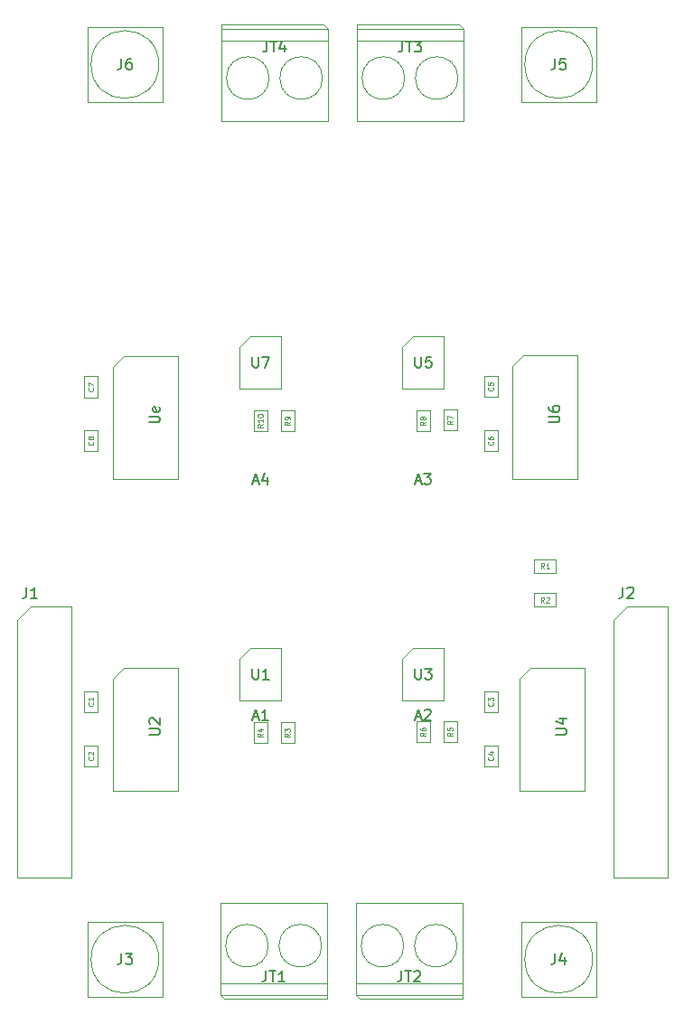
<source format=gbr>
G04 #@! TF.GenerationSoftware,KiCad,Pcbnew,(6.0.0)*
G04 #@! TF.CreationDate,2022-08-16T09:33:42-05:00*
G04 #@! TF.ProjectId,mayfly-atlas-shield,6d617966-6c79-42d6-9174-6c61732d7368,rev?*
G04 #@! TF.SameCoordinates,Original*
G04 #@! TF.FileFunction,AssemblyDrawing,Top*
%FSLAX46Y46*%
G04 Gerber Fmt 4.6, Leading zero omitted, Abs format (unit mm)*
G04 Created by KiCad (PCBNEW (6.0.0)) date 2022-08-16 09:33:42*
%MOMM*%
%LPD*%
G01*
G04 APERTURE LIST*
%ADD10C,0.080000*%
%ADD11C,0.150000*%
%ADD12C,0.100000*%
G04 APERTURE END LIST*
D10*
X110716190Y-137600833D02*
X110478095Y-137767500D01*
X110716190Y-137886547D02*
X110216190Y-137886547D01*
X110216190Y-137696071D01*
X110240000Y-137648452D01*
X110263809Y-137624642D01*
X110311428Y-137600833D01*
X110382857Y-137600833D01*
X110430476Y-137624642D01*
X110454285Y-137648452D01*
X110478095Y-137696071D01*
X110478095Y-137886547D01*
X110216190Y-137434166D02*
X110216190Y-137124642D01*
X110406666Y-137291309D01*
X110406666Y-137219880D01*
X110430476Y-137172261D01*
X110454285Y-137148452D01*
X110501904Y-137124642D01*
X110620952Y-137124642D01*
X110668571Y-137148452D01*
X110692380Y-137172261D01*
X110716190Y-137219880D01*
X110716190Y-137362738D01*
X110692380Y-137410357D01*
X110668571Y-137434166D01*
X134536666Y-122146190D02*
X134370000Y-121908095D01*
X134250952Y-122146190D02*
X134250952Y-121646190D01*
X134441428Y-121646190D01*
X134489047Y-121670000D01*
X134512857Y-121693809D01*
X134536666Y-121741428D01*
X134536666Y-121812857D01*
X134512857Y-121860476D01*
X134489047Y-121884285D01*
X134441428Y-121908095D01*
X134250952Y-121908095D01*
X135012857Y-122146190D02*
X134727142Y-122146190D01*
X134870000Y-122146190D02*
X134870000Y-121646190D01*
X134822380Y-121717619D01*
X134774761Y-121765238D01*
X134727142Y-121789047D01*
X108176190Y-108628928D02*
X107938095Y-108795595D01*
X108176190Y-108914642D02*
X107676190Y-108914642D01*
X107676190Y-108724166D01*
X107700000Y-108676547D01*
X107723809Y-108652738D01*
X107771428Y-108628928D01*
X107842857Y-108628928D01*
X107890476Y-108652738D01*
X107914285Y-108676547D01*
X107938095Y-108724166D01*
X107938095Y-108914642D01*
X108176190Y-108152738D02*
X108176190Y-108438452D01*
X108176190Y-108295595D02*
X107676190Y-108295595D01*
X107747619Y-108343214D01*
X107795238Y-108390833D01*
X107819047Y-108438452D01*
X107676190Y-107843214D02*
X107676190Y-107795595D01*
X107700000Y-107747976D01*
X107723809Y-107724166D01*
X107771428Y-107700357D01*
X107866666Y-107676547D01*
X107985714Y-107676547D01*
X108080952Y-107700357D01*
X108128571Y-107724166D01*
X108152380Y-107747976D01*
X108176190Y-107795595D01*
X108176190Y-107843214D01*
X108152380Y-107890833D01*
X108128571Y-107914642D01*
X108080952Y-107938452D01*
X107985714Y-107962261D01*
X107866666Y-107962261D01*
X107771428Y-107938452D01*
X107723809Y-107914642D01*
X107700000Y-107890833D01*
X107676190Y-107843214D01*
D11*
X122475714Y-136056666D02*
X122951904Y-136056666D01*
X122380476Y-136342380D02*
X122713809Y-135342380D01*
X123047142Y-136342380D01*
X123332857Y-135437619D02*
X123380476Y-135390000D01*
X123475714Y-135342380D01*
X123713809Y-135342380D01*
X123809047Y-135390000D01*
X123856666Y-135437619D01*
X123904285Y-135532857D01*
X123904285Y-135628095D01*
X123856666Y-135770952D01*
X123285238Y-136342380D01*
X123904285Y-136342380D01*
X122443333Y-102333333D02*
X122443333Y-103126666D01*
X122490000Y-103220000D01*
X122536666Y-103266666D01*
X122630000Y-103313333D01*
X122816666Y-103313333D01*
X122910000Y-103266666D01*
X122956666Y-103220000D01*
X123003333Y-103126666D01*
X123003333Y-102333333D01*
X123936666Y-102333333D02*
X123470000Y-102333333D01*
X123423333Y-102800000D01*
X123470000Y-102753333D01*
X123563333Y-102706666D01*
X123796666Y-102706666D01*
X123890000Y-102753333D01*
X123936666Y-102800000D01*
X123983333Y-102893333D01*
X123983333Y-103126666D01*
X123936666Y-103220000D01*
X123890000Y-103266666D01*
X123796666Y-103313333D01*
X123563333Y-103313333D01*
X123470000Y-103266666D01*
X123423333Y-103220000D01*
X135556666Y-158202380D02*
X135556666Y-158916666D01*
X135509047Y-159059523D01*
X135413809Y-159154761D01*
X135270952Y-159202380D01*
X135175714Y-159202380D01*
X136461428Y-158535714D02*
X136461428Y-159202380D01*
X136223333Y-158154761D02*
X135985238Y-158869047D01*
X136604285Y-158869047D01*
X122443333Y-131543333D02*
X122443333Y-132336666D01*
X122490000Y-132430000D01*
X122536666Y-132476666D01*
X122630000Y-132523333D01*
X122816666Y-132523333D01*
X122910000Y-132476666D01*
X122956666Y-132430000D01*
X123003333Y-132336666D01*
X123003333Y-131543333D01*
X123376666Y-131543333D02*
X123983333Y-131543333D01*
X123656666Y-131916666D01*
X123796666Y-131916666D01*
X123890000Y-131963333D01*
X123936666Y-132010000D01*
X123983333Y-132103333D01*
X123983333Y-132336666D01*
X123936666Y-132430000D01*
X123890000Y-132476666D01*
X123796666Y-132523333D01*
X123516666Y-132523333D01*
X123423333Y-132476666D01*
X123376666Y-132430000D01*
X108465714Y-159832380D02*
X108465714Y-160546666D01*
X108418095Y-160689523D01*
X108322857Y-160784761D01*
X108180000Y-160832380D01*
X108084761Y-160832380D01*
X108799047Y-159832380D02*
X109370476Y-159832380D01*
X109084761Y-160832380D02*
X109084761Y-159832380D01*
X110227619Y-160832380D02*
X109656190Y-160832380D01*
X109941904Y-160832380D02*
X109941904Y-159832380D01*
X109846666Y-159975238D01*
X109751428Y-160070476D01*
X109656190Y-160118095D01*
X94916666Y-158202380D02*
X94916666Y-158916666D01*
X94869047Y-159059523D01*
X94773809Y-159154761D01*
X94630952Y-159202380D01*
X94535714Y-159202380D01*
X95297619Y-158202380D02*
X95916666Y-158202380D01*
X95583333Y-158583333D01*
X95726190Y-158583333D01*
X95821428Y-158630952D01*
X95869047Y-158678571D01*
X95916666Y-158773809D01*
X95916666Y-159011904D01*
X95869047Y-159107142D01*
X95821428Y-159154761D01*
X95726190Y-159202380D01*
X95440476Y-159202380D01*
X95345238Y-159154761D01*
X95297619Y-159107142D01*
X107235714Y-113958666D02*
X107711904Y-113958666D01*
X107140476Y-114244380D02*
X107473809Y-113244380D01*
X107807142Y-114244380D01*
X108569047Y-113577714D02*
X108569047Y-114244380D01*
X108330952Y-113196761D02*
X108092857Y-113911047D01*
X108711904Y-113911047D01*
D10*
X123416190Y-137520833D02*
X123178095Y-137687500D01*
X123416190Y-137806547D02*
X122916190Y-137806547D01*
X122916190Y-137616071D01*
X122940000Y-137568452D01*
X122963809Y-137544642D01*
X123011428Y-137520833D01*
X123082857Y-137520833D01*
X123130476Y-137544642D01*
X123154285Y-137568452D01*
X123178095Y-137616071D01*
X123178095Y-137806547D01*
X122916190Y-137092261D02*
X122916190Y-137187500D01*
X122940000Y-137235119D01*
X122963809Y-137258928D01*
X123035238Y-137306547D01*
X123130476Y-137330357D01*
X123320952Y-137330357D01*
X123368571Y-137306547D01*
X123392380Y-137282738D01*
X123416190Y-137235119D01*
X123416190Y-137139880D01*
X123392380Y-137092261D01*
X123368571Y-137068452D01*
X123320952Y-137044642D01*
X123201904Y-137044642D01*
X123154285Y-137068452D01*
X123130476Y-137092261D01*
X123106666Y-137139880D01*
X123106666Y-137235119D01*
X123130476Y-137282738D01*
X123154285Y-137306547D01*
X123201904Y-137330357D01*
X92253571Y-105220833D02*
X92277380Y-105244642D01*
X92301190Y-105316071D01*
X92301190Y-105363690D01*
X92277380Y-105435119D01*
X92229761Y-105482738D01*
X92182142Y-105506547D01*
X92086904Y-105530357D01*
X92015476Y-105530357D01*
X91920238Y-105506547D01*
X91872619Y-105482738D01*
X91825000Y-105435119D01*
X91801190Y-105363690D01*
X91801190Y-105316071D01*
X91825000Y-105244642D01*
X91848809Y-105220833D01*
X91801190Y-105054166D02*
X91801190Y-104720833D01*
X92301190Y-104935119D01*
D11*
X107203333Y-102333333D02*
X107203333Y-103126666D01*
X107250000Y-103220000D01*
X107296666Y-103266666D01*
X107390000Y-103313333D01*
X107576666Y-103313333D01*
X107670000Y-103266666D01*
X107716666Y-103220000D01*
X107763333Y-103126666D01*
X107763333Y-102333333D01*
X108136666Y-102333333D02*
X108790000Y-102333333D01*
X108370000Y-103313333D01*
D10*
X129718571Y-105173333D02*
X129742380Y-105197142D01*
X129766190Y-105268571D01*
X129766190Y-105316190D01*
X129742380Y-105387619D01*
X129694761Y-105435238D01*
X129647142Y-105459047D01*
X129551904Y-105482857D01*
X129480476Y-105482857D01*
X129385238Y-105459047D01*
X129337619Y-105435238D01*
X129290000Y-105387619D01*
X129266190Y-105316190D01*
X129266190Y-105268571D01*
X129290000Y-105197142D01*
X129313809Y-105173333D01*
X129266190Y-104720952D02*
X129266190Y-104959047D01*
X129504285Y-104982857D01*
X129480476Y-104959047D01*
X129456666Y-104911428D01*
X129456666Y-104792380D01*
X129480476Y-104744761D01*
X129504285Y-104720952D01*
X129551904Y-104697142D01*
X129670952Y-104697142D01*
X129718571Y-104720952D01*
X129742380Y-104744761D01*
X129766190Y-104792380D01*
X129766190Y-104911428D01*
X129742380Y-104959047D01*
X129718571Y-104982857D01*
X129718571Y-110253333D02*
X129742380Y-110277142D01*
X129766190Y-110348571D01*
X129766190Y-110396190D01*
X129742380Y-110467619D01*
X129694761Y-110515238D01*
X129647142Y-110539047D01*
X129551904Y-110562857D01*
X129480476Y-110562857D01*
X129385238Y-110539047D01*
X129337619Y-110515238D01*
X129290000Y-110467619D01*
X129266190Y-110396190D01*
X129266190Y-110348571D01*
X129290000Y-110277142D01*
X129313809Y-110253333D01*
X129266190Y-109824761D02*
X129266190Y-109920000D01*
X129290000Y-109967619D01*
X129313809Y-109991428D01*
X129385238Y-110039047D01*
X129480476Y-110062857D01*
X129670952Y-110062857D01*
X129718571Y-110039047D01*
X129742380Y-110015238D01*
X129766190Y-109967619D01*
X129766190Y-109872380D01*
X129742380Y-109824761D01*
X129718571Y-109800952D01*
X129670952Y-109777142D01*
X129551904Y-109777142D01*
X129504285Y-109800952D01*
X129480476Y-109824761D01*
X129456666Y-109872380D01*
X129456666Y-109967619D01*
X129480476Y-110015238D01*
X129504285Y-110039047D01*
X129551904Y-110062857D01*
D11*
X94916666Y-74382380D02*
X94916666Y-75096666D01*
X94869047Y-75239523D01*
X94773809Y-75334761D01*
X94630952Y-75382380D01*
X94535714Y-75382380D01*
X95821428Y-74382380D02*
X95630952Y-74382380D01*
X95535714Y-74430000D01*
X95488095Y-74477619D01*
X95392857Y-74620476D01*
X95345238Y-74810952D01*
X95345238Y-75191904D01*
X95392857Y-75287142D01*
X95440476Y-75334761D01*
X95535714Y-75382380D01*
X95726190Y-75382380D01*
X95821428Y-75334761D01*
X95869047Y-75287142D01*
X95916666Y-75191904D01*
X95916666Y-74953809D01*
X95869047Y-74858571D01*
X95821428Y-74810952D01*
X95726190Y-74763333D01*
X95535714Y-74763333D01*
X95440476Y-74810952D01*
X95392857Y-74858571D01*
X95345238Y-74953809D01*
D10*
X129718571Y-139783333D02*
X129742380Y-139807142D01*
X129766190Y-139878571D01*
X129766190Y-139926190D01*
X129742380Y-139997619D01*
X129694761Y-140045238D01*
X129647142Y-140069047D01*
X129551904Y-140092857D01*
X129480476Y-140092857D01*
X129385238Y-140069047D01*
X129337619Y-140045238D01*
X129290000Y-139997619D01*
X129266190Y-139926190D01*
X129266190Y-139878571D01*
X129290000Y-139807142D01*
X129313809Y-139783333D01*
X129432857Y-139354761D02*
X129766190Y-139354761D01*
X129242380Y-139473809D02*
X129599523Y-139592857D01*
X129599523Y-139283333D01*
D11*
X135633880Y-137715404D02*
X136443404Y-137715404D01*
X136538642Y-137667785D01*
X136586261Y-137620166D01*
X136633880Y-137524928D01*
X136633880Y-137334452D01*
X136586261Y-137239214D01*
X136538642Y-137191595D01*
X136443404Y-137143976D01*
X135633880Y-137143976D01*
X135967214Y-136239214D02*
X136633880Y-136239214D01*
X135586261Y-136477309D02*
X136300547Y-136715404D01*
X136300547Y-136096357D01*
D10*
X125956190Y-108310833D02*
X125718095Y-108477500D01*
X125956190Y-108596547D02*
X125456190Y-108596547D01*
X125456190Y-108406071D01*
X125480000Y-108358452D01*
X125503809Y-108334642D01*
X125551428Y-108310833D01*
X125622857Y-108310833D01*
X125670476Y-108334642D01*
X125694285Y-108358452D01*
X125718095Y-108406071D01*
X125718095Y-108596547D01*
X125456190Y-108144166D02*
X125456190Y-107810833D01*
X125956190Y-108025119D01*
X92253571Y-110253333D02*
X92277380Y-110277142D01*
X92301190Y-110348571D01*
X92301190Y-110396190D01*
X92277380Y-110467619D01*
X92229761Y-110515238D01*
X92182142Y-110539047D01*
X92086904Y-110562857D01*
X92015476Y-110562857D01*
X91920238Y-110539047D01*
X91872619Y-110515238D01*
X91825000Y-110467619D01*
X91801190Y-110396190D01*
X91801190Y-110348571D01*
X91825000Y-110277142D01*
X91848809Y-110253333D01*
X92015476Y-109967619D02*
X91991666Y-110015238D01*
X91967857Y-110039047D01*
X91920238Y-110062857D01*
X91896428Y-110062857D01*
X91848809Y-110039047D01*
X91825000Y-110015238D01*
X91801190Y-109967619D01*
X91801190Y-109872380D01*
X91825000Y-109824761D01*
X91848809Y-109800952D01*
X91896428Y-109777142D01*
X91920238Y-109777142D01*
X91967857Y-109800952D01*
X91991666Y-109824761D01*
X92015476Y-109872380D01*
X92015476Y-109967619D01*
X92039285Y-110015238D01*
X92063095Y-110039047D01*
X92110714Y-110062857D01*
X92205952Y-110062857D01*
X92253571Y-110039047D01*
X92277380Y-110015238D01*
X92301190Y-109967619D01*
X92301190Y-109872380D01*
X92277380Y-109824761D01*
X92253571Y-109800952D01*
X92205952Y-109777142D01*
X92110714Y-109777142D01*
X92063095Y-109800952D01*
X92039285Y-109824761D01*
X92015476Y-109872380D01*
X108176190Y-137600833D02*
X107938095Y-137767500D01*
X108176190Y-137886547D02*
X107676190Y-137886547D01*
X107676190Y-137696071D01*
X107700000Y-137648452D01*
X107723809Y-137624642D01*
X107771428Y-137600833D01*
X107842857Y-137600833D01*
X107890476Y-137624642D01*
X107914285Y-137648452D01*
X107938095Y-137696071D01*
X107938095Y-137886547D01*
X107842857Y-137172261D02*
X108176190Y-137172261D01*
X107652380Y-137291309D02*
X108009523Y-137410357D01*
X108009523Y-137100833D01*
X110716190Y-108390833D02*
X110478095Y-108557500D01*
X110716190Y-108676547D02*
X110216190Y-108676547D01*
X110216190Y-108486071D01*
X110240000Y-108438452D01*
X110263809Y-108414642D01*
X110311428Y-108390833D01*
X110382857Y-108390833D01*
X110430476Y-108414642D01*
X110454285Y-108438452D01*
X110478095Y-108486071D01*
X110478095Y-108676547D01*
X110716190Y-108152738D02*
X110716190Y-108057500D01*
X110692380Y-108009880D01*
X110668571Y-107986071D01*
X110597142Y-107938452D01*
X110501904Y-107914642D01*
X110311428Y-107914642D01*
X110263809Y-107938452D01*
X110240000Y-107962261D01*
X110216190Y-108009880D01*
X110216190Y-108105119D01*
X110240000Y-108152738D01*
X110263809Y-108176547D01*
X110311428Y-108200357D01*
X110430476Y-108200357D01*
X110478095Y-108176547D01*
X110501904Y-108152738D01*
X110525714Y-108105119D01*
X110525714Y-108009880D01*
X110501904Y-107962261D01*
X110478095Y-107938452D01*
X110430476Y-107914642D01*
D11*
X107235714Y-136056666D02*
X107711904Y-136056666D01*
X107140476Y-136342380D02*
X107473809Y-135342380D01*
X107807142Y-136342380D01*
X108664285Y-136342380D02*
X108092857Y-136342380D01*
X108378571Y-136342380D02*
X108378571Y-135342380D01*
X108283333Y-135485238D01*
X108188095Y-135580476D01*
X108092857Y-135628095D01*
D10*
X92253571Y-134703333D02*
X92277380Y-134727142D01*
X92301190Y-134798571D01*
X92301190Y-134846190D01*
X92277380Y-134917619D01*
X92229761Y-134965238D01*
X92182142Y-134989047D01*
X92086904Y-135012857D01*
X92015476Y-135012857D01*
X91920238Y-134989047D01*
X91872619Y-134965238D01*
X91825000Y-134917619D01*
X91801190Y-134846190D01*
X91801190Y-134798571D01*
X91825000Y-134727142D01*
X91848809Y-134703333D01*
X92301190Y-134227142D02*
X92301190Y-134512857D01*
X92301190Y-134370000D02*
X91801190Y-134370000D01*
X91872619Y-134417619D01*
X91920238Y-134465238D01*
X91944047Y-134512857D01*
D11*
X97533880Y-137715404D02*
X98343404Y-137715404D01*
X98438642Y-137667785D01*
X98486261Y-137620166D01*
X98533880Y-137524928D01*
X98533880Y-137334452D01*
X98486261Y-137239214D01*
X98438642Y-137191595D01*
X98343404Y-137143976D01*
X97533880Y-137143976D01*
X97629119Y-136715404D02*
X97581500Y-136667785D01*
X97533880Y-136572547D01*
X97533880Y-136334452D01*
X97581500Y-136239214D01*
X97629119Y-136191595D01*
X97724357Y-136143976D01*
X97819595Y-136143976D01*
X97962452Y-136191595D01*
X98533880Y-136763023D01*
X98533880Y-136143976D01*
X135556666Y-74382380D02*
X135556666Y-75096666D01*
X135509047Y-75239523D01*
X135413809Y-75334761D01*
X135270952Y-75382380D01*
X135175714Y-75382380D01*
X136509047Y-74382380D02*
X136032857Y-74382380D01*
X135985238Y-74858571D01*
X136032857Y-74810952D01*
X136128095Y-74763333D01*
X136366190Y-74763333D01*
X136461428Y-74810952D01*
X136509047Y-74858571D01*
X136556666Y-74953809D01*
X136556666Y-75191904D01*
X136509047Y-75287142D01*
X136461428Y-75334761D01*
X136366190Y-75382380D01*
X136128095Y-75382380D01*
X136032857Y-75334761D01*
X135985238Y-75287142D01*
X121165714Y-159832380D02*
X121165714Y-160546666D01*
X121118095Y-160689523D01*
X121022857Y-160784761D01*
X120880000Y-160832380D01*
X120784761Y-160832380D01*
X121499047Y-159832380D02*
X122070476Y-159832380D01*
X121784761Y-160832380D02*
X121784761Y-159832380D01*
X122356190Y-159927619D02*
X122403809Y-159880000D01*
X122499047Y-159832380D01*
X122737142Y-159832380D01*
X122832380Y-159880000D01*
X122880000Y-159927619D01*
X122927619Y-160022857D01*
X122927619Y-160118095D01*
X122880000Y-160260952D01*
X122308571Y-160832380D01*
X122927619Y-160832380D01*
D10*
X92253571Y-139783333D02*
X92277380Y-139807142D01*
X92301190Y-139878571D01*
X92301190Y-139926190D01*
X92277380Y-139997619D01*
X92229761Y-140045238D01*
X92182142Y-140069047D01*
X92086904Y-140092857D01*
X92015476Y-140092857D01*
X91920238Y-140069047D01*
X91872619Y-140045238D01*
X91825000Y-139997619D01*
X91801190Y-139926190D01*
X91801190Y-139878571D01*
X91825000Y-139807142D01*
X91848809Y-139783333D01*
X91848809Y-139592857D02*
X91825000Y-139569047D01*
X91801190Y-139521428D01*
X91801190Y-139402380D01*
X91825000Y-139354761D01*
X91848809Y-139330952D01*
X91896428Y-139307142D01*
X91944047Y-139307142D01*
X92015476Y-139330952D01*
X92301190Y-139616666D01*
X92301190Y-139307142D01*
D11*
X97533880Y-108457785D02*
X98343404Y-108457785D01*
X98438642Y-108410166D01*
X98486261Y-108362547D01*
X98533880Y-108267309D01*
X98533880Y-108076833D01*
X98486261Y-107981595D01*
X98438642Y-107933976D01*
X98343404Y-107886357D01*
X97533880Y-107886357D01*
X98486261Y-107029214D02*
X98533880Y-107124452D01*
X98533880Y-107314928D01*
X98486261Y-107410166D01*
X98391023Y-107457785D01*
X98010071Y-107457785D01*
X97914833Y-107410166D01*
X97867214Y-107314928D01*
X97867214Y-107124452D01*
X97914833Y-107029214D01*
X98010071Y-106981595D01*
X98105309Y-106981595D01*
X98200547Y-107457785D01*
X121245714Y-72752380D02*
X121245714Y-73466666D01*
X121198095Y-73609523D01*
X121102857Y-73704761D01*
X120960000Y-73752380D01*
X120864761Y-73752380D01*
X121579047Y-72752380D02*
X122150476Y-72752380D01*
X121864761Y-73752380D02*
X121864761Y-72752380D01*
X122388571Y-72752380D02*
X123007619Y-72752380D01*
X122674285Y-73133333D01*
X122817142Y-73133333D01*
X122912380Y-73180952D01*
X122960000Y-73228571D01*
X123007619Y-73323809D01*
X123007619Y-73561904D01*
X122960000Y-73657142D01*
X122912380Y-73704761D01*
X122817142Y-73752380D01*
X122531428Y-73752380D01*
X122436190Y-73704761D01*
X122388571Y-73657142D01*
X122475714Y-113958666D02*
X122951904Y-113958666D01*
X122380476Y-114244380D02*
X122713809Y-113244380D01*
X123047142Y-114244380D01*
X123285238Y-113244380D02*
X123904285Y-113244380D01*
X123570952Y-113625333D01*
X123713809Y-113625333D01*
X123809047Y-113672952D01*
X123856666Y-113720571D01*
X123904285Y-113815809D01*
X123904285Y-114053904D01*
X123856666Y-114149142D01*
X123809047Y-114196761D01*
X123713809Y-114244380D01*
X123428095Y-114244380D01*
X123332857Y-114196761D01*
X123285238Y-114149142D01*
X134961380Y-108457904D02*
X135770904Y-108457904D01*
X135866142Y-108410285D01*
X135913761Y-108362666D01*
X135961380Y-108267428D01*
X135961380Y-108076952D01*
X135913761Y-107981714D01*
X135866142Y-107934095D01*
X135770904Y-107886476D01*
X134961380Y-107886476D01*
X134961380Y-106981714D02*
X134961380Y-107172190D01*
X135009000Y-107267428D01*
X135056619Y-107315047D01*
X135199476Y-107410285D01*
X135389952Y-107457904D01*
X135770904Y-107457904D01*
X135866142Y-107410285D01*
X135913761Y-107362666D01*
X135961380Y-107267428D01*
X135961380Y-107076952D01*
X135913761Y-106981714D01*
X135866142Y-106934095D01*
X135770904Y-106886476D01*
X135532809Y-106886476D01*
X135437571Y-106934095D01*
X135389952Y-106981714D01*
X135342333Y-107076952D01*
X135342333Y-107267428D01*
X135389952Y-107362666D01*
X135437571Y-107410285D01*
X135532809Y-107457904D01*
X108545714Y-72752380D02*
X108545714Y-73466666D01*
X108498095Y-73609523D01*
X108402857Y-73704761D01*
X108260000Y-73752380D01*
X108164761Y-73752380D01*
X108879047Y-72752380D02*
X109450476Y-72752380D01*
X109164761Y-73752380D02*
X109164761Y-72752380D01*
X110212380Y-73085714D02*
X110212380Y-73752380D01*
X109974285Y-72704761D02*
X109736190Y-73419047D01*
X110355238Y-73419047D01*
X107203333Y-131543333D02*
X107203333Y-132336666D01*
X107250000Y-132430000D01*
X107296666Y-132476666D01*
X107390000Y-132523333D01*
X107576666Y-132523333D01*
X107670000Y-132476666D01*
X107716666Y-132430000D01*
X107763333Y-132336666D01*
X107763333Y-131543333D01*
X108743333Y-132523333D02*
X108183333Y-132523333D01*
X108463333Y-132523333D02*
X108463333Y-131543333D01*
X108370000Y-131683333D01*
X108276666Y-131776666D01*
X108183333Y-131823333D01*
X141906666Y-123912380D02*
X141906666Y-124626666D01*
X141859047Y-124769523D01*
X141763809Y-124864761D01*
X141620952Y-124912380D01*
X141525714Y-124912380D01*
X142335238Y-124007619D02*
X142382857Y-123960000D01*
X142478095Y-123912380D01*
X142716190Y-123912380D01*
X142811428Y-123960000D01*
X142859047Y-124007619D01*
X142906666Y-124102857D01*
X142906666Y-124198095D01*
X142859047Y-124340952D01*
X142287619Y-124912380D01*
X142906666Y-124912380D01*
D10*
X129718571Y-134703333D02*
X129742380Y-134727142D01*
X129766190Y-134798571D01*
X129766190Y-134846190D01*
X129742380Y-134917619D01*
X129694761Y-134965238D01*
X129647142Y-134989047D01*
X129551904Y-135012857D01*
X129480476Y-135012857D01*
X129385238Y-134989047D01*
X129337619Y-134965238D01*
X129290000Y-134917619D01*
X129266190Y-134846190D01*
X129266190Y-134798571D01*
X129290000Y-134727142D01*
X129313809Y-134703333D01*
X129266190Y-134536666D02*
X129266190Y-134227142D01*
X129456666Y-134393809D01*
X129456666Y-134322380D01*
X129480476Y-134274761D01*
X129504285Y-134250952D01*
X129551904Y-134227142D01*
X129670952Y-134227142D01*
X129718571Y-134250952D01*
X129742380Y-134274761D01*
X129766190Y-134322380D01*
X129766190Y-134465238D01*
X129742380Y-134512857D01*
X129718571Y-134536666D01*
X123416190Y-108390833D02*
X123178095Y-108557500D01*
X123416190Y-108676547D02*
X122916190Y-108676547D01*
X122916190Y-108486071D01*
X122940000Y-108438452D01*
X122963809Y-108414642D01*
X123011428Y-108390833D01*
X123082857Y-108390833D01*
X123130476Y-108414642D01*
X123154285Y-108438452D01*
X123178095Y-108486071D01*
X123178095Y-108676547D01*
X123130476Y-108105119D02*
X123106666Y-108152738D01*
X123082857Y-108176547D01*
X123035238Y-108200357D01*
X123011428Y-108200357D01*
X122963809Y-108176547D01*
X122940000Y-108152738D01*
X122916190Y-108105119D01*
X122916190Y-108009880D01*
X122940000Y-107962261D01*
X122963809Y-107938452D01*
X123011428Y-107914642D01*
X123035238Y-107914642D01*
X123082857Y-107938452D01*
X123106666Y-107962261D01*
X123130476Y-108009880D01*
X123130476Y-108105119D01*
X123154285Y-108152738D01*
X123178095Y-108176547D01*
X123225714Y-108200357D01*
X123320952Y-108200357D01*
X123368571Y-108176547D01*
X123392380Y-108152738D01*
X123416190Y-108105119D01*
X123416190Y-108009880D01*
X123392380Y-107962261D01*
X123368571Y-107938452D01*
X123320952Y-107914642D01*
X123225714Y-107914642D01*
X123178095Y-107938452D01*
X123154285Y-107962261D01*
X123130476Y-108009880D01*
X125956190Y-137520833D02*
X125718095Y-137687500D01*
X125956190Y-137806547D02*
X125456190Y-137806547D01*
X125456190Y-137616071D01*
X125480000Y-137568452D01*
X125503809Y-137544642D01*
X125551428Y-137520833D01*
X125622857Y-137520833D01*
X125670476Y-137544642D01*
X125694285Y-137568452D01*
X125718095Y-137616071D01*
X125718095Y-137806547D01*
X125456190Y-137068452D02*
X125456190Y-137306547D01*
X125694285Y-137330357D01*
X125670476Y-137306547D01*
X125646666Y-137258928D01*
X125646666Y-137139880D01*
X125670476Y-137092261D01*
X125694285Y-137068452D01*
X125741904Y-137044642D01*
X125860952Y-137044642D01*
X125908571Y-137068452D01*
X125932380Y-137092261D01*
X125956190Y-137139880D01*
X125956190Y-137258928D01*
X125932380Y-137306547D01*
X125908571Y-137330357D01*
X134536666Y-125321190D02*
X134370000Y-125083095D01*
X134250952Y-125321190D02*
X134250952Y-124821190D01*
X134441428Y-124821190D01*
X134489047Y-124845000D01*
X134512857Y-124868809D01*
X134536666Y-124916428D01*
X134536666Y-124987857D01*
X134512857Y-125035476D01*
X134489047Y-125059285D01*
X134441428Y-125083095D01*
X134250952Y-125083095D01*
X134727142Y-124868809D02*
X134750952Y-124845000D01*
X134798571Y-124821190D01*
X134917619Y-124821190D01*
X134965238Y-124845000D01*
X134989047Y-124868809D01*
X135012857Y-124916428D01*
X135012857Y-124964047D01*
X134989047Y-125035476D01*
X134703333Y-125321190D01*
X135012857Y-125321190D01*
D11*
X86026666Y-123912380D02*
X86026666Y-124626666D01*
X85979047Y-124769523D01*
X85883809Y-124864761D01*
X85740952Y-124912380D01*
X85645714Y-124912380D01*
X87026666Y-124912380D02*
X86455238Y-124912380D01*
X86740952Y-124912380D02*
X86740952Y-123912380D01*
X86645714Y-124055238D01*
X86550476Y-124150476D01*
X86455238Y-124198095D01*
D12*
X109865000Y-138517500D02*
X109865000Y-136517500D01*
X111115000Y-136517500D02*
X111115000Y-138517500D01*
X111115000Y-138517500D02*
X109865000Y-138517500D01*
X109865000Y-136517500D02*
X111115000Y-136517500D01*
X133620000Y-121295000D02*
X135620000Y-121295000D01*
X135620000Y-122545000D02*
X133620000Y-122545000D01*
X135620000Y-121295000D02*
X135620000Y-122545000D01*
X133620000Y-122545000D02*
X133620000Y-121295000D01*
X108575000Y-109307500D02*
X107325000Y-109307500D01*
X107325000Y-107307500D02*
X108575000Y-107307500D01*
X107325000Y-109307500D02*
X107325000Y-107307500D01*
X108575000Y-107307500D02*
X108575000Y-109307500D01*
X121240000Y-105320000D02*
X121240000Y-101395000D01*
X121240000Y-101395000D02*
X122215000Y-100420000D01*
X125140000Y-105320000D02*
X121240000Y-105320000D01*
X125140000Y-100420000D02*
X125140000Y-105320000D01*
X122215000Y-100420000D02*
X125140000Y-100420000D01*
X139390000Y-155250000D02*
X139390000Y-162250000D01*
X132390000Y-162250000D02*
X139390000Y-162250000D01*
X132390000Y-155250000D02*
X139390000Y-155250000D01*
X132390000Y-155250000D02*
X132390000Y-162250000D01*
X139065000Y-158750000D02*
G75*
G03*
X139065000Y-158750000I-3175000J0D01*
G01*
X125140000Y-129630000D02*
X125140000Y-134530000D01*
X121240000Y-134530000D02*
X121240000Y-130605000D01*
X121240000Y-130605000D02*
X122215000Y-129630000D01*
X122215000Y-129630000D02*
X125140000Y-129630000D01*
X125140000Y-134530000D02*
X121240000Y-134530000D01*
X114180000Y-153480000D02*
X114180000Y-162480000D01*
X114180000Y-162480000D02*
X104580000Y-162480000D01*
X104180000Y-153480000D02*
X114180000Y-153480000D01*
X104580000Y-162480000D02*
X104180000Y-162080000D01*
X104180000Y-162080000D02*
X104180000Y-153480000D01*
X104180000Y-162080000D02*
X114180000Y-162080000D01*
X104180000Y-160980000D02*
X114180000Y-160980000D01*
X113680000Y-157480000D02*
G75*
G03*
X113680000Y-157480000I-2000000J0D01*
G01*
X108680000Y-157480000D02*
G75*
G03*
X108680000Y-157480000I-2000000J0D01*
G01*
X91750000Y-155250000D02*
X98750000Y-155250000D01*
X91750000Y-162250000D02*
X98750000Y-162250000D01*
X98750000Y-155250000D02*
X98750000Y-162250000D01*
X91750000Y-155250000D02*
X91750000Y-162250000D01*
X98425000Y-158750000D02*
G75*
G03*
X98425000Y-158750000I-3175000J0D01*
G01*
X123815000Y-136437500D02*
X123815000Y-138437500D01*
X122565000Y-138437500D02*
X122565000Y-136437500D01*
X122565000Y-136437500D02*
X123815000Y-136437500D01*
X123815000Y-138437500D02*
X122565000Y-138437500D01*
X91450000Y-104137500D02*
X92700000Y-104137500D01*
X92700000Y-106137500D02*
X91450000Y-106137500D01*
X91450000Y-106137500D02*
X91450000Y-104137500D01*
X92700000Y-104137500D02*
X92700000Y-106137500D01*
X106000000Y-101395000D02*
X106975000Y-100420000D01*
X106975000Y-100420000D02*
X109900000Y-100420000D01*
X109900000Y-105320000D02*
X106000000Y-105320000D01*
X109900000Y-100420000D02*
X109900000Y-105320000D01*
X106000000Y-105320000D02*
X106000000Y-101395000D01*
X130165000Y-104090000D02*
X130165000Y-106090000D01*
X130165000Y-106090000D02*
X128915000Y-106090000D01*
X128915000Y-104090000D02*
X130165000Y-104090000D01*
X128915000Y-106090000D02*
X128915000Y-104090000D01*
X128915000Y-111170000D02*
X128915000Y-109170000D01*
X128915000Y-109170000D02*
X130165000Y-109170000D01*
X130165000Y-109170000D02*
X130165000Y-111170000D01*
X130165000Y-111170000D02*
X128915000Y-111170000D01*
X91750000Y-78430000D02*
X98750000Y-78430000D01*
X91750000Y-71430000D02*
X98750000Y-71430000D01*
X91750000Y-71430000D02*
X91750000Y-78430000D01*
X98750000Y-71430000D02*
X98750000Y-78430000D01*
X98425000Y-74930000D02*
G75*
G03*
X98425000Y-74930000I-3175000J0D01*
G01*
X128915000Y-140700000D02*
X128915000Y-138700000D01*
X130165000Y-140700000D02*
X128915000Y-140700000D01*
X128915000Y-138700000D02*
X130165000Y-138700000D01*
X130165000Y-138700000D02*
X130165000Y-140700000D01*
X132257500Y-142977500D02*
X138357500Y-142977500D01*
X132257500Y-132447500D02*
X132257500Y-142977500D01*
X133257500Y-131447500D02*
X132257500Y-132447500D01*
X138357500Y-131447500D02*
X138357500Y-142977500D01*
X133257500Y-131447500D02*
X138357500Y-131447500D01*
X125105000Y-109227500D02*
X125105000Y-107227500D01*
X126355000Y-107227500D02*
X126355000Y-109227500D01*
X126355000Y-109227500D02*
X125105000Y-109227500D01*
X125105000Y-107227500D02*
X126355000Y-107227500D01*
X92700000Y-111170000D02*
X91450000Y-111170000D01*
X91450000Y-111170000D02*
X91450000Y-109170000D01*
X91450000Y-109170000D02*
X92700000Y-109170000D01*
X92700000Y-109170000D02*
X92700000Y-111170000D01*
X108575000Y-138517500D02*
X107325000Y-138517500D01*
X108575000Y-136517500D02*
X108575000Y-138517500D01*
X107325000Y-138517500D02*
X107325000Y-136517500D01*
X107325000Y-136517500D02*
X108575000Y-136517500D01*
X109865000Y-107307500D02*
X111115000Y-107307500D01*
X111115000Y-107307500D02*
X111115000Y-109307500D01*
X111115000Y-109307500D02*
X109865000Y-109307500D01*
X109865000Y-109307500D02*
X109865000Y-107307500D01*
X92700000Y-133620000D02*
X92700000Y-135620000D01*
X92700000Y-135620000D02*
X91450000Y-135620000D01*
X91450000Y-135620000D02*
X91450000Y-133620000D01*
X91450000Y-133620000D02*
X92700000Y-133620000D01*
X100257500Y-131447500D02*
X100257500Y-142977500D01*
X94157500Y-142977500D02*
X100257500Y-142977500D01*
X94157500Y-132447500D02*
X94157500Y-142977500D01*
X95157500Y-131447500D02*
X94157500Y-132447500D01*
X95157500Y-131447500D02*
X100257500Y-131447500D01*
X132390000Y-71430000D02*
X139390000Y-71430000D01*
X139390000Y-71430000D02*
X139390000Y-78430000D01*
X132390000Y-71430000D02*
X132390000Y-78430000D01*
X132390000Y-78430000D02*
X139390000Y-78430000D01*
X139065000Y-74930000D02*
G75*
G03*
X139065000Y-74930000I-3175000J0D01*
G01*
X116880000Y-153480000D02*
X126880000Y-153480000D01*
X116880000Y-162080000D02*
X126880000Y-162080000D01*
X116880000Y-160980000D02*
X126880000Y-160980000D01*
X126880000Y-162480000D02*
X117280000Y-162480000D01*
X117280000Y-162480000D02*
X116880000Y-162080000D01*
X126880000Y-153480000D02*
X126880000Y-162480000D01*
X116880000Y-162080000D02*
X116880000Y-153480000D01*
X126380000Y-157480000D02*
G75*
G03*
X126380000Y-157480000I-2000000J0D01*
G01*
X121380000Y-157480000D02*
G75*
G03*
X121380000Y-157480000I-2000000J0D01*
G01*
X91450000Y-140700000D02*
X91450000Y-138700000D01*
X91450000Y-138700000D02*
X92700000Y-138700000D01*
X92700000Y-138700000D02*
X92700000Y-140700000D01*
X92700000Y-140700000D02*
X91450000Y-140700000D01*
X94157500Y-113767500D02*
X100257500Y-113767500D01*
X94157500Y-103237500D02*
X94157500Y-113767500D01*
X100257500Y-102237500D02*
X100257500Y-113767500D01*
X95157500Y-102237500D02*
X94157500Y-103237500D01*
X95157500Y-102237500D02*
X100257500Y-102237500D01*
X126560000Y-71200000D02*
X126960000Y-71600000D01*
X126960000Y-72700000D02*
X116960000Y-72700000D01*
X126960000Y-71600000D02*
X126960000Y-80200000D01*
X116960000Y-80200000D02*
X116960000Y-71200000D01*
X116960000Y-71200000D02*
X126560000Y-71200000D01*
X126960000Y-80200000D02*
X116960000Y-80200000D01*
X126960000Y-71600000D02*
X116960000Y-71600000D01*
X121460000Y-76200000D02*
G75*
G03*
X121460000Y-76200000I-2000000J0D01*
G01*
X126460000Y-76200000D02*
G75*
G03*
X126460000Y-76200000I-2000000J0D01*
G01*
X131585000Y-113720000D02*
X137685000Y-113720000D01*
X132585000Y-102190000D02*
X137685000Y-102190000D01*
X132585000Y-102190000D02*
X131585000Y-103190000D01*
X131585000Y-103190000D02*
X131585000Y-113720000D01*
X137685000Y-102190000D02*
X137685000Y-113720000D01*
X113860000Y-71200000D02*
X114260000Y-71600000D01*
X114260000Y-71600000D02*
X104260000Y-71600000D01*
X114260000Y-71600000D02*
X114260000Y-80200000D01*
X114260000Y-72700000D02*
X104260000Y-72700000D01*
X104260000Y-71200000D02*
X113860000Y-71200000D01*
X114260000Y-80200000D02*
X104260000Y-80200000D01*
X104260000Y-80200000D02*
X104260000Y-71200000D01*
X108760000Y-76200000D02*
G75*
G03*
X108760000Y-76200000I-2000000J0D01*
G01*
X113760000Y-76200000D02*
G75*
G03*
X113760000Y-76200000I-2000000J0D01*
G01*
X109900000Y-134530000D02*
X106000000Y-134530000D01*
X106000000Y-130605000D02*
X106975000Y-129630000D01*
X106975000Y-129630000D02*
X109900000Y-129630000D01*
X106000000Y-134530000D02*
X106000000Y-130605000D01*
X109900000Y-129630000D02*
X109900000Y-134530000D01*
X146080000Y-125730000D02*
X146080000Y-151130000D01*
X141000000Y-151130000D02*
X141000000Y-127000000D01*
X146080000Y-151130000D02*
X141000000Y-151130000D01*
X141000000Y-127000000D02*
X142270000Y-125730000D01*
X142270000Y-125730000D02*
X146080000Y-125730000D01*
X130165000Y-133620000D02*
X130165000Y-135620000D01*
X130165000Y-135620000D02*
X128915000Y-135620000D01*
X128915000Y-135620000D02*
X128915000Y-133620000D01*
X128915000Y-133620000D02*
X130165000Y-133620000D01*
X122565000Y-107307500D02*
X123815000Y-107307500D01*
X122565000Y-109307500D02*
X122565000Y-107307500D01*
X123815000Y-109307500D02*
X122565000Y-109307500D01*
X123815000Y-107307500D02*
X123815000Y-109307500D01*
X125105000Y-136437500D02*
X126355000Y-136437500D01*
X126355000Y-138437500D02*
X125105000Y-138437500D01*
X125105000Y-138437500D02*
X125105000Y-136437500D01*
X126355000Y-136437500D02*
X126355000Y-138437500D01*
X133620000Y-124470000D02*
X135620000Y-124470000D01*
X133620000Y-125720000D02*
X133620000Y-124470000D01*
X135620000Y-124470000D02*
X135620000Y-125720000D01*
X135620000Y-125720000D02*
X133620000Y-125720000D01*
X86390000Y-125730000D02*
X90200000Y-125730000D01*
X90200000Y-151130000D02*
X85120000Y-151130000D01*
X90200000Y-125730000D02*
X90200000Y-151130000D01*
X85120000Y-127000000D02*
X86390000Y-125730000D01*
X85120000Y-151130000D02*
X85120000Y-127000000D01*
M02*

</source>
